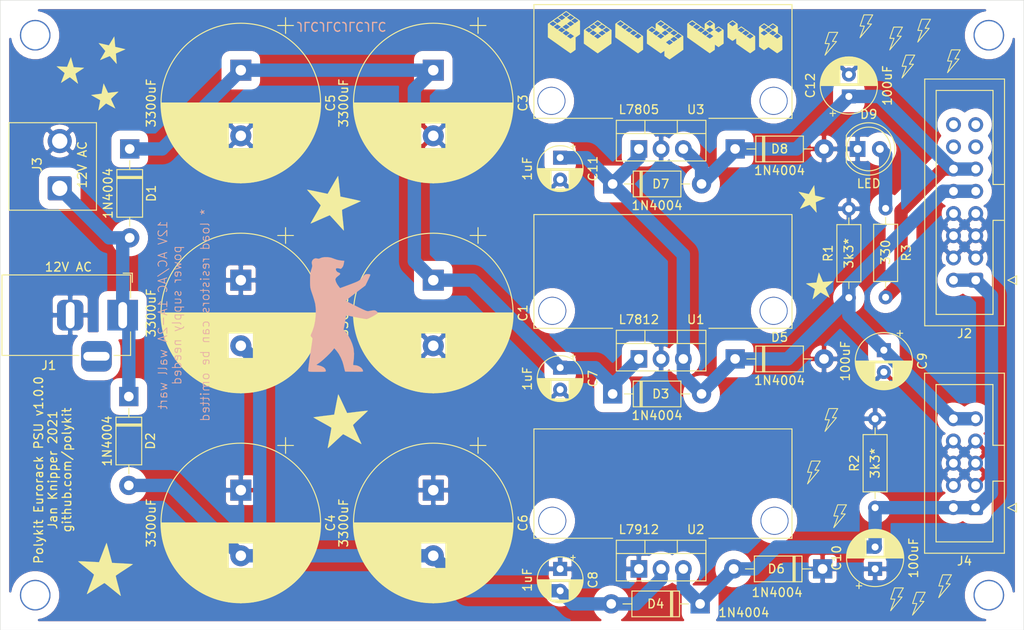
<source format=kicad_pcb>
(kicad_pcb (version 20171130) (host pcbnew 5.1.10-88a1d61d58~88~ubuntu20.10.1)
  (title_block (title "Eurorack Power Supply") (date 2021-05-16) (rev v1.0.0) (company "Jan Knipper"))
  (layers (0 F.Cu signal) (31 B.Cu signal) (34 B.Paste user) (35 F.Paste user) (36 B.SilkS user) (37 F.SilkS user) (38 B.Mask user) (39 F.Mask user) (44 Edge.Cuts user))
  (net 0 "")
  (net 1 GND)
  (net 2 "Net-(C1-Pad1)")
  (net 3 "Net-(C2-Pad2)")
  (net 4 +12V)
  (net 5 -12V)
  (net 6 +5V)
  (net 7 "Net-(D1-Pad2)")
  (net 8 "Net-(D9-Pad2)")
  (net 9 "Net-(J2-Pad16)")
  (net 10 "Net-(J2-Pad14)")
  (net 11 "Net-(J2-Pad15)")
  (net 12 "Net-(J2-Pad13)")
  (module Capacitor_THT:CP_Radial_D6.3mm_P2.50mm (layer F.Cu) (at 171 92 90)
    (fp_text reference C12 (at 1.25 -4.4 90) (layer F.SilkS))
    (fp_text value 100uF (at 1.25 4.4 90) (layer F.SilkS))
    (pad 2 thru_hole circle (at 2.5 0 90) (size 1.6 1.6) (drill 0.8) (layers *.Cu *.Mask) (net 1 GND))
    (pad 1 thru_hole rect (at 0 0 90) (size 1.6 1.6) (drill 0.8) (layers *.Cu *.Mask) (net 6 +5V))
  )
  (module Capacitor_THT:CP_Radial_D6.3mm_P2.50mm (layer F.Cu) (at 174 146 90)
    (fp_text reference C10 (at 1.25 -4.4 90) (layer F.SilkS))
    (fp_text value 100uF (at 1.25 4.4 90) (layer F.SilkS))
    (pad 2 thru_hole circle (at 2.5 0 90) (size 1.6 1.6) (drill 0.8) (layers *.Cu *.Mask) (net 5 -12V))
    (pad 1 thru_hole rect (at 0 0 90) (size 1.6 1.6) (drill 0.8) (layers *.Cu *.Mask) (net 1 GND))
  )
  (module Capacitor_THT:CP_Radial_D6.3mm_P2.50mm (layer F.Cu) (at 175 121 270)
    (fp_text reference C9 (at 1.25 -4.4 90) (layer F.SilkS))
    (fp_text value 100uF (at 1.25 4.4 90) (layer F.SilkS))
    (pad 2 thru_hole circle (at 2.5 0 270) (size 1.6 1.6) (drill 0.8) (layers *.Cu *.Mask) (net 1 GND))
    (pad 1 thru_hole rect (at 0 0 270) (size 1.6 1.6) (drill 0.8) (layers *.Cu *.Mask) (net 4 +12V))
  )
  (module Capacitor_THT:CP_Radial_D5.0mm_P2.50mm (layer F.Cu) (at 138 123 270)
    (fp_text reference C7 (at 1.25 -3.75 90) (layer F.SilkS))
    (fp_text value 1uF (at 1.25 3.75 90) (layer F.SilkS))
    (pad 2 thru_hole circle (at 2.5 0 270) (size 1.6 1.6) (drill 0.8) (layers *.Cu *.Mask) (net 1 GND))
    (pad 1 thru_hole rect (at 0 0 270) (size 1.6 1.6) (drill 0.8) (layers *.Cu *.Mask) (net 2 "Net-(C1-Pad1)"))
  )
  (module Polykit:star-silk-tiny (layer F.Cu) (at 167.7 113.6 5)
    (fp_text reference G*** hide)
    (fp_text value LOGO hide)
  )
  (module Polykit:star-silk-tiny (layer F.Cu) (at 166.7 103.6 347)
    (fp_text reference G*** hide)
    (fp_text value LOGO hide)
  )
  (module Polykit:blitz-silk-supertiny (layer F.Cu) (at 176.5 149.5)
    (fp_text reference G*** hide)
    (fp_text value LOGO hide)
  )
  (module Polykit:blitz-silk-supertiny (layer F.Cu) (at 179 150)
    (fp_text reference G*** hide)
    (fp_text value LOGO hide)
  )
  (module Polykit:blitz-silk-supertiny (layer F.Cu) (at 182 148)
    (fp_text reference G*** hide)
    (fp_text value LOGO hide)
  )
  (module Polykit:blitz-silk-supertiny (layer F.Cu) (at 170 140)
    (fp_text reference G*** hide)
    (fp_text value LOGO hide)
  )
  (module Polykit:blitz-silk-supertiny (layer F.Cu) (at 167 135)
    (fp_text reference G*** hide)
    (fp_text value LOGO hide)
  )
  (module Polykit:blitz-silk-supertiny (layer F.Cu) (at 169 129)
    (fp_text reference G*** hide)
    (fp_text value LOGO hide)
  )
  (module Polykit:star-silk (layer F.Cu) (at 113 129 7)
    (fp_text reference G*** hide)
    (fp_text value LOGO hide)
  )
  (module Polykit:star-silk (layer F.Cu) (at 112 104 348)
    (fp_text reference G*** hide)
    (fp_text value LOGO hide)
  )
  (module Polykit:logo-silk-2.5cm (layer F.Cu) (at 150 85)
    (fp_text reference G*** hide)
    (fp_text value LOGO hide)
  )
  (module Connector_IDC:IDC-Header_2x05_P2.54mm_Vertical (layer F.Cu) (at 185.485202 139 180)
    (fp_text reference J4 (at 1.27 -6.1) (layer F.SilkS))
    (fp_text value Conn_02x05_Odd_Even hide)
    (pad 10 thru_hole circle (at 2.54 10.16 180) (size 1.7 1.7) (drill 1) (layers *.Cu *.Mask) (net 4 +12V))
    (pad 8 thru_hole circle (at 2.54 7.62 180) (size 1.7 1.7) (drill 1) (layers *.Cu *.Mask) (net 1 GND))
    (pad 6 thru_hole circle (at 2.54 5.08 180) (size 1.7 1.7) (drill 1) (layers *.Cu *.Mask) (net 1 GND))
    (pad 4 thru_hole circle (at 2.54 2.54 180) (size 1.7 1.7) (drill 1) (layers *.Cu *.Mask) (net 1 GND))
    (pad 2 thru_hole circle (at 2.54 0 180) (size 1.7 1.7) (drill 1) (layers *.Cu *.Mask) (net 5 -12V))
    (pad 9 thru_hole circle (at 0 10.16 180) (size 1.7 1.7) (drill 1) (layers *.Cu *.Mask) (net 4 +12V))
    (pad 7 thru_hole circle (at 0 7.62 180) (size 1.7 1.7) (drill 1) (layers *.Cu *.Mask) (net 1 GND))
    (pad 5 thru_hole circle (at 0 5.08 180) (size 1.7 1.7) (drill 1) (layers *.Cu *.Mask) (net 1 GND))
    (pad 3 thru_hole circle (at 0 2.54 180) (size 1.7 1.7) (drill 1) (layers *.Cu *.Mask) (net 1 GND))
    (pad 1 thru_hole roundrect (at 0 0 180) (size 1.7 1.7) (drill 1) (layers *.Cu *.Mask) (roundrect_rratio 0.1470588235294118) (net 5 -12V))
  )
  (module Connector_Wire:SolderWire-1sqmm_1x02_P5.4mm_D1.4mm_OD2.7mm (layer F.Cu) (at 80.8 102.5 90)
    (fp_text reference J3 (at 2.7 -2.58 90) (layer F.SilkS))
    (fp_text value "12V AC" (at 2.7 2.58 90) (layer F.SilkS))
    (pad 2 thru_hole circle (at 5.4 0 90) (size 2.75 2.75) (drill 1.75) (layers *.Cu *.Mask) (net 1 GND))
    (pad 1 thru_hole roundrect (at 0 0 90) (size 2.75 2.75) (drill 1.75) (layers *.Cu *.Mask) (roundrect_rratio 0.09090836363636363) (net 7 "Net-(D1-Pad2)"))
  )
  (module Polykit:star-silk (layer F.Cu) (at 86 146 357)
    (fp_text reference G*** hide)
    (fp_text value LOGO hide)
  )
  (module Polykit:blitz-silk-supertiny (layer F.Cu) (at 169 86)
    (fp_text reference G*** hide)
    (fp_text value LOGO hide)
  )
  (module Polykit:blitz-silk-supertiny (layer F.Cu) (at 183 88)
    (fp_text reference G*** hide)
    (fp_text value LOGO hide)
  )
  (module Polykit:blitz-silk-supertiny (layer F.Cu) (at 173 84)
    (fp_text reference G*** hide)
    (fp_text value LOGO hide)
  )
  (module Polykit:blitz-silk-supertiny (layer F.Cu) (at 177.8 88.6)
    (fp_text reference G*** hide)
    (fp_text value LOGO hide)
  )
  (module Polykit:blitz-silk-supertiny (layer F.Cu) (at 176.4 85.4)
    (fp_text reference G*** hide)
    (fp_text value LOGO hide)
  )
  (module Polykit:blitz-silk-supertiny (layer F.Cu) (at 179.6 84.5)
    (fp_text reference G*** hide)
    (fp_text value LOGO hide)
  )
  (module Polykit:star-silk-tiny (layer F.Cu) (at 86.7 86.6 347)
    (fp_text reference G*** hide)
    (fp_text value LOGO hide)
  )
  (module Polykit:star-silk-tiny (layer F.Cu) (at 82 89 357)
    (fp_text reference G*** hide)
    (fp_text value LOGO hide)
  )
  (module Polykit:star-silk-tiny (layer F.Cu) (at 86 92 7)
    (fp_text reference G*** hide)
    (fp_text value LOGO hide)
  )
  (module Polykit:bär (layer B.Cu) (at 113 117 180)
    (fp_text reference G*** hide)
    (fp_text value LOGO hide)
  )
  (module Capacitor_THT:CP_Radial_D5.0mm_P2.50mm (layer F.Cu) (at 138 99 270)
    (fp_text reference C11 (at 1.25 -3.75 90) (layer F.SilkS))
    (fp_text value 1uF (at 1.25 3.75 90) (layer F.SilkS))
    (pad 2 thru_hole circle (at 2.5 0 270) (size 1.6 1.6) (drill 0.8) (layers *.Cu *.Mask) (net 1 GND))
    (pad 1 thru_hole rect (at 0 0 270) (size 1.6 1.6) (drill 0.8) (layers *.Cu *.Mask) (net 4 +12V))
  )
  (module LED_THT:LED_D5.0mm (layer F.Cu) (at 172 98)
    (fp_text reference D9 (at 1.27 -3.96) (layer F.SilkS))
    (fp_text value LED (at 1.27 3.96) (layer F.SilkS))
    (pad 2 thru_hole circle (at 2.54 0) (size 1.8 1.8) (drill 0.9) (layers *.Cu *.Mask) (net 8 "Net-(D9-Pad2)"))
    (pad 1 thru_hole rect (at 0 0) (size 1.8 1.8) (drill 0.9) (layers *.Cu *.Mask) (net 1 GND))
  )
  (module Connector_BarrelJack:BarrelJack_Horizontal (layer F.Cu) (at 88 117)
    (fp_text reference J1 (at -8.45 5.75) (layer F.SilkS))
    (fp_text value "12V AC" (at -6.2 -5.5) (layer F.SilkS))
    (pad 3 thru_hole roundrect (at -3 4.7) (size 3.5 3.5) (drill oval 3 1) (layers *.Cu *.Mask))
    (pad 2 thru_hole roundrect (at -6 0) (size 3 3.5) (drill oval 1 3) (layers *.Cu *.Mask) (net 1 GND))
    (pad 1 thru_hole rect (at 0 0) (size 3.5 3.5) (drill oval 1 3) (layers *.Cu *.Mask) (net 7 "Net-(D1-Pad2)"))
  )
  (module Package_TO_SOT_THT:TO-220-3_Vertical (layer F.Cu) (at 147 98)
    (fp_text reference U3 (at 6.5 -4.5) (layer F.SilkS))
    (fp_text value L7805 (at 0 -4.5) (layer F.SilkS))
    (pad 3 thru_hole oval (at 5.08 0) (size 1.905 2) (drill 1.1) (layers *.Cu *.Mask) (net 6 +5V))
    (pad 2 thru_hole oval (at 2.54 0) (size 1.905 2) (drill 1.1) (layers *.Cu *.Mask) (net 1 GND))
    (pad 1 thru_hole rect (at 0 0) (size 1.905 2) (drill 1.1) (layers *.Cu *.Mask) (net 4 +12V))
  )
  (module Package_TO_SOT_THT:TO-220-3_Vertical (layer F.Cu) (at 147 146)
    (fp_text reference U2 (at 6.5 -4.5) (layer F.SilkS))
    (fp_text value L7912 (at 0 -4.5) (layer F.SilkS))
    (pad 3 thru_hole oval (at 5.08 0) (size 1.905 2) (drill 1.1) (layers *.Cu *.Mask) (net 5 -12V))
    (pad 2 thru_hole oval (at 2.54 0) (size 1.905 2) (drill 1.1) (layers *.Cu *.Mask) (net 3 "Net-(C2-Pad2)"))
    (pad 1 thru_hole rect (at 0 0) (size 1.905 2) (drill 1.1) (layers *.Cu *.Mask) (net 1 GND))
  )
  (module Package_TO_SOT_THT:TO-220-3_Vertical (layer F.Cu) (at 147 122)
    (fp_text reference U1 (at 6.5 -4.5) (layer F.SilkS))
    (fp_text value L7812 (at 0 -4.5) (layer F.SilkS))
    (pad 3 thru_hole oval (at 5.08 0) (size 1.905 2) (drill 1.1) (layers *.Cu *.Mask) (net 4 +12V))
    (pad 2 thru_hole oval (at 2.54 0) (size 1.905 2) (drill 1.1) (layers *.Cu *.Mask) (net 1 GND))
    (pad 1 thru_hole rect (at 0 0) (size 1.905 2) (drill 1.1) (layers *.Cu *.Mask) (net 2 "Net-(C1-Pad1)"))
  )
  (module Resistor_THT:R_Axial_DIN0207_L6.3mm_D2.5mm_P10.16mm_Horizontal (layer F.Cu) (at 175.2 104.8 270)
    (fp_text reference R3 (at 5.08 -2.37 90) (layer F.SilkS))
    (fp_text value 330 (at 5 0 90) (layer F.SilkS))
    (pad 2 thru_hole oval (at 10.16 0 270) (size 1.6 1.6) (drill 0.8) (layers *.Cu *.Mask) (net 6 +5V))
    (pad 1 thru_hole circle (at 0 0 270) (size 1.6 1.6) (drill 0.8) (layers *.Cu *.Mask) (net 8 "Net-(D9-Pad2)"))
  )
  (module Resistor_THT:R_Axial_DIN0207_L6.3mm_D2.5mm_P10.16mm_Horizontal (layer F.Cu) (at 174 139 90)
    (fp_text reference R2 (at 5.08 -2.37 90) (layer F.SilkS))
    (fp_text value 3k3* (at 5.08 0 90) (layer F.SilkS))
    (pad 2 thru_hole oval (at 10.16 0 90) (size 1.6 1.6) (drill 0.8) (layers *.Cu *.Mask) (net 1 GND))
    (pad 1 thru_hole circle (at 0 0 90) (size 1.6 1.6) (drill 0.8) (layers *.Cu *.Mask) (net 5 -12V))
  )
  (module Resistor_THT:R_Axial_DIN0207_L6.3mm_D2.5mm_P10.16mm_Horizontal (layer F.Cu) (at 171 115 90)
    (fp_text reference R1 (at 5.08 -2.37 90) (layer F.SilkS))
    (fp_text value 3k3* (at 5.08 0 90) (layer F.SilkS))
    (pad 2 thru_hole oval (at 10.16 0 90) (size 1.6 1.6) (drill 0.8) (layers *.Cu *.Mask) (net 1 GND))
    (pad 1 thru_hole circle (at 0 0 90) (size 1.6 1.6) (drill 0.8) (layers *.Cu *.Mask) (net 4 +12V))
  )
  (module Connector_IDC:IDC-Header_2x08_P2.54mm_Vertical (layer F.Cu) (at 185.5 113 180)
    (fp_text reference J2 (at 1.27 -6.1) (layer F.SilkS))
    (fp_text value Connector_Generic:Conn_02x08_Odd_Even hide)
    (pad 16 thru_hole circle (at 2.54 17.78 180) (size 1.7 1.7) (drill 1) (layers *.Cu *.Mask) (net 9 "Net-(J2-Pad16)"))
    (pad 14 thru_hole circle (at 2.54 15.24 180) (size 1.7 1.7) (drill 1) (layers *.Cu *.Mask) (net 10 "Net-(J2-Pad14)"))
    (pad 12 thru_hole circle (at 2.54 12.7 180) (size 1.7 1.7) (drill 1) (layers *.Cu *.Mask) (net 6 +5V))
    (pad 10 thru_hole circle (at 2.54 10.16 180) (size 1.7 1.7) (drill 1) (layers *.Cu *.Mask) (net 4 +12V))
    (pad 8 thru_hole circle (at 2.54 7.62 180) (size 1.7 1.7) (drill 1) (layers *.Cu *.Mask) (net 1 GND))
    (pad 6 thru_hole circle (at 2.54 5.08 180) (size 1.7 1.7) (drill 1) (layers *.Cu *.Mask) (net 1 GND))
    (pad 4 thru_hole circle (at 2.54 2.54 180) (size 1.7 1.7) (drill 1) (layers *.Cu *.Mask) (net 1 GND))
    (pad 2 thru_hole circle (at 2.54 0 180) (size 1.7 1.7) (drill 1) (layers *.Cu *.Mask) (net 5 -12V))
    (pad 15 thru_hole circle (at 0 17.78 180) (size 1.7 1.7) (drill 1) (layers *.Cu *.Mask) (net 11 "Net-(J2-Pad15)"))
    (pad 13 thru_hole circle (at 0 15.24 180) (size 1.7 1.7) (drill 1) (layers *.Cu *.Mask) (net 12 "Net-(J2-Pad13)"))
    (pad 11 thru_hole circle (at 0 12.7 180) (size 1.7 1.7) (drill 1) (layers *.Cu *.Mask) (net 6 +5V))
    (pad 9 thru_hole circle (at 0 10.16 180) (size 1.7 1.7) (drill 1) (layers *.Cu *.Mask) (net 4 +12V))
    (pad 7 thru_hole circle (at 0 7.62 180) (size 1.7 1.7) (drill 1) (layers *.Cu *.Mask) (net 1 GND))
    (pad 5 thru_hole circle (at 0 5.08 180) (size 1.7 1.7) (drill 1) (layers *.Cu *.Mask) (net 1 GND))
    (pad 3 thru_hole circle (at 0 2.54 180) (size 1.7 1.7) (drill 1) (layers *.Cu *.Mask) (net 1 GND))
    (pad 1 thru_hole roundrect (at 0 0 180) (size 1.7 1.7) (drill 1) (layers *.Cu *.Mask) (roundrect_rratio 0.1470588235294118) (net 5 -12V))
  )
  (module Diode_THT:D_DO-41_SOD81_P10.16mm_Horizontal (layer F.Cu) (at 158 98)
    (fp_text reference D8 (at 5.08 0) (layer F.SilkS))
    (fp_text value 1N4004 (at 5.08 2.47) (layer F.SilkS))
    (pad 2 thru_hole oval (at 10.16 0) (size 2.2 2.2) (drill 1.1) (layers *.Cu *.Mask) (net 1 GND))
    (pad 1 thru_hole rect (at 0 0) (size 2.2 2.2) (drill 1.1) (layers *.Cu *.Mask) (net 6 +5V))
  )
  (module Diode_THT:D_DO-41_SOD81_P10.16mm_Horizontal (layer F.Cu) (at 144 102)
    (fp_text reference D7 (at 5.5 0) (layer F.SilkS))
    (fp_text value 1N4004 (at 5.08 2.47) (layer F.SilkS))
    (pad 2 thru_hole oval (at 10.16 0) (size 2.2 2.2) (drill 1.1) (layers *.Cu *.Mask) (net 6 +5V))
    (pad 1 thru_hole rect (at 0 0) (size 2.2 2.2) (drill 1.1) (layers *.Cu *.Mask) (net 4 +12V))
  )
  (module Diode_THT:D_DO-41_SOD81_P10.16mm_Horizontal (layer F.Cu) (at 168 146 180)
    (fp_text reference D6 (at 5.3 0) (layer F.SilkS))
    (fp_text value 1N4004 (at 5.2 -2.7) (layer F.SilkS))
    (pad 2 thru_hole oval (at 10.16 0 180) (size 2.2 2.2) (drill 1.1) (layers *.Cu *.Mask) (net 5 -12V))
    (pad 1 thru_hole rect (at 0 0 180) (size 2.2 2.2) (drill 1.1) (layers *.Cu *.Mask) (net 1 GND))
  )
  (module Diode_THT:D_DO-41_SOD81_P10.16mm_Horizontal (layer F.Cu) (at 158 122)
    (fp_text reference D5 (at 5.08 -2.47) (layer F.SilkS))
    (fp_text value 1N4004 (at 5.08 2.47) (layer F.SilkS))
    (pad 2 thru_hole oval (at 10.16 0) (size 2.2 2.2) (drill 1.1) (layers *.Cu *.Mask) (net 1 GND))
    (pad 1 thru_hole rect (at 0 0) (size 2.2 2.2) (drill 1.1) (layers *.Cu *.Mask) (net 4 +12V))
  )
  (module Diode_THT:D_DO-41_SOD81_P10.16mm_Horizontal (layer F.Cu) (at 154 150 180)
    (fp_text reference D4 (at 5.08 0) (layer F.SilkS))
    (fp_text value 1N4004 (at -5 -1) (layer F.SilkS))
    (pad 2 thru_hole oval (at 10.16 0 180) (size 2.2 2.2) (drill 1.1) (layers *.Cu *.Mask) (net 3 "Net-(C2-Pad2)"))
    (pad 1 thru_hole rect (at 0 0 180) (size 2.2 2.2) (drill 1.1) (layers *.Cu *.Mask) (net 5 -12V))
  )
  (module Diode_THT:D_DO-41_SOD81_P10.16mm_Horizontal (layer F.Cu) (at 144 126)
    (fp_text reference D3 (at 5.5 0) (layer F.SilkS))
    (fp_text value 1N4004 (at 5.08 2.47) (layer F.SilkS))
    (pad 2 thru_hole oval (at 10.16 0) (size 2.2 2.2) (drill 1.1) (layers *.Cu *.Mask) (net 4 +12V))
    (pad 1 thru_hole rect (at 0 0) (size 2.2 2.2) (drill 1.1) (layers *.Cu *.Mask) (net 2 "Net-(C1-Pad1)"))
  )
  (module Diode_THT:D_DO-41_SOD81_P10.16mm_Horizontal (layer F.Cu) (at 88.7 126.3 270)
    (fp_text reference D2 (at 5.08 -2.47 90) (layer F.SilkS))
    (fp_text value 1N4004 (at 5.08 2.47 90) (layer F.SilkS))
    (pad 2 thru_hole oval (at 10.16 0 270) (size 2.2 2.2) (drill 1.1) (layers *.Cu *.Mask) (net 3 "Net-(C2-Pad2)"))
    (pad 1 thru_hole rect (at 0 0 270) (size 2.2 2.2) (drill 1.1) (layers *.Cu *.Mask) (net 7 "Net-(D1-Pad2)"))
  )
  (module Diode_THT:D_DO-41_SOD81_P10.16mm_Horizontal (layer F.Cu) (at 88.8 98 270)
    (fp_text reference D1 (at 5.08 -2.47 90) (layer F.SilkS))
    (fp_text value 1N4004 (at 5.08 2.47 90) (layer F.SilkS))
    (pad 2 thru_hole oval (at 10.16 0 270) (size 2.2 2.2) (drill 1.1) (layers *.Cu *.Mask) (net 7 "Net-(D1-Pad2)"))
    (pad 1 thru_hole rect (at 0 0 270) (size 2.2 2.2) (drill 1.1) (layers *.Cu *.Mask) (net 2 "Net-(C1-Pad1)"))
  )
  (module Capacitor_THT:CP_Radial_D5.0mm_P2.50mm (layer F.Cu) (at 138 146 270)
    (fp_text reference C8 (at 1.25 -3.75 90) (layer F.SilkS))
    (fp_text value 1uF (at 1.25 3.75 90) (layer F.SilkS))
    (pad 2 thru_hole circle (at 2.5 0 270) (size 1.6 1.6) (drill 0.8) (layers *.Cu *.Mask) (net 3 "Net-(C2-Pad2)"))
    (pad 1 thru_hole rect (at 0 0 270) (size 1.6 1.6) (drill 0.8) (layers *.Cu *.Mask) (net 1 GND))
  )
  (module Capacitor_THT:CP_Radial_D18.0mm_P7.50mm (layer F.Cu) (at 123.5 137 270)
    (fp_text reference C6 (at 3.75 -10.25 90) (layer F.SilkS))
    (fp_text value 3300uF (at 3.75 10.25 90) (layer F.SilkS))
    (pad 2 thru_hole circle (at 7.5 0 270) (size 2.4 2.4) (drill 1.2) (layers *.Cu *.Mask) (net 3 "Net-(C2-Pad2)"))
    (pad 1 thru_hole rect (at 0 0 270) (size 2.4 2.4) (drill 1.2) (layers *.Cu *.Mask) (net 1 GND))
  )
  (module Capacitor_THT:CP_Radial_D18.0mm_P7.50mm (layer F.Cu) (at 101.5 89 270)
    (fp_text reference C5 (at 3.75 -10.25 90) (layer F.SilkS))
    (fp_text value 3300uF (at 3.75 10.25 90) (layer F.SilkS))
    (pad 2 thru_hole circle (at 7.5 0 270) (size 2.4 2.4) (drill 1.2) (layers *.Cu *.Mask) (net 1 GND))
    (pad 1 thru_hole rect (at 0 0 270) (size 2.4 2.4) (drill 1.2) (layers *.Cu *.Mask) (net 2 "Net-(C1-Pad1)"))
  )
  (module Capacitor_THT:CP_Radial_D18.0mm_P7.50mm (layer F.Cu) (at 101.5 137 270)
    (fp_text reference C4 (at 3.75 -10.25 90) (layer F.SilkS))
    (fp_text value 3300uF (at 3.75 10.25 90) (layer F.SilkS))
    (pad 2 thru_hole circle (at 7.5 0 270) (size 2.4 2.4) (drill 1.2) (layers *.Cu *.Mask) (net 3 "Net-(C2-Pad2)"))
    (pad 1 thru_hole rect (at 0 0 270) (size 2.4 2.4) (drill 1.2) (layers *.Cu *.Mask) (net 1 GND))
  )
  (module Capacitor_THT:CP_Radial_D18.0mm_P7.50mm (layer F.Cu) (at 123.5 89 270)
    (fp_text reference C3 (at 3.75 -10.25 90) (layer F.SilkS))
    (fp_text value 3300uF (at 3.75 10.25 90) (layer F.SilkS))
    (pad 2 thru_hole circle (at 7.5 0 270) (size 2.4 2.4) (drill 1.2) (layers *.Cu *.Mask) (net 1 GND))
    (pad 1 thru_hole rect (at 0 0 270) (size 2.4 2.4) (drill 1.2) (layers *.Cu *.Mask) (net 2 "Net-(C1-Pad1)"))
  )
  (module Capacitor_THT:CP_Radial_D18.0mm_P7.50mm (layer F.Cu) (at 101.5 113 270)
    (fp_text reference C2 (at 3.75 -10.25 90) (layer F.SilkS))
    (fp_text value 3300uF (at 3.75 10.25 90) (layer F.SilkS))
    (pad 2 thru_hole circle (at 7.5 0 270) (size 2.4 2.4) (drill 1.2) (layers *.Cu *.Mask) (net 3 "Net-(C2-Pad2)"))
    (pad 1 thru_hole rect (at 0 0 270) (size 2.4 2.4) (drill 1.2) (layers *.Cu *.Mask) (net 1 GND))
  )
  (module Capacitor_THT:CP_Radial_D18.0mm_P7.50mm (layer F.Cu) (at 123.5 113 270)
    (fp_text reference C1 (at 3.75 -10.25 90) (layer F.SilkS))
    (fp_text value 3300uF (at 3.75 10.25 90) (layer F.SilkS))
    (pad 2 thru_hole circle (at 7.5 0 270) (size 2.4 2.4) (drill 1.2) (layers *.Cu *.Mask) (net 1 GND))
    (pad 1 thru_hole rect (at 0 0 270) (size 2.4 2.4) (drill 1.2) (layers *.Cu *.Mask) (net 2 "Net-(C1-Pad1)"))
  )
  (gr_text JLCJLCJLCJLC (at 113 84 180) (layer B.SilkS) (effects (font (size 1 1)) (justify mirror)))
  (gr_line (start 85 105) (end 85 95) (layer F.SilkS) (width 0.12))
  (gr_line (start 75 105) (end 85 105) (layer F.SilkS) (width 0.12))
  (gr_line (start 75 95) (end 75 105) (layer F.SilkS) (width 0.12))
  (gr_line (start 85 95) (end 75 95) (layer F.SilkS) (width 0.12))
  (gr_text "12V AC/AC 1A-2A wall wart\npower supply needed\n\n* load resistors can be omitted" (at 95 117 90) (layer B.SilkS) (effects (font (size 1 1) (thickness 0.1)) (justify mirror)))
  (gr_text "Polykit Eurorack PSU v1.0.0\nJan Knipper 2021\ngithub.com/polykit\n" (at 80 134.7 90) (layer F.SilkS) (effects (font (size 1 1))))
  (gr_line (start 191 81) (end 191 153) (layer Edge.Cuts) (width 0.05))
  (gr_line (start 74 81) (end 191 81) (layer Edge.Cuts) (width 0.05))
  (gr_line (start 74 153) (end 74 81) (layer Edge.Cuts) (width 0.05))
  (gr_line (start 191 153) (end 74 153) (layer Edge.Cuts) (width 0.05))
  (gr_line (start 164.5 94.5) (end 155 94.5) (layer F.SilkS) (width 0.12))
  (gr_line (start 164.5 81.5) (end 164.5 94.5) (layer F.SilkS) (width 0.12))
  (gr_line (start 135 81.5) (end 164.5 81.5) (layer F.SilkS) (width 0.12))
  (gr_line (start 135 94.5) (end 135 81.5) (layer F.SilkS) (width 0.12))
  (gr_line (start 144 94.5) (end 135 94.5) (layer F.SilkS) (width 0.12))
  (gr_line (start 164.5 118.5) (end 155 118.5) (layer F.SilkS) (width 0.12))
  (gr_line (start 164.5 105.5) (end 164.5 118.5) (layer F.SilkS) (width 0.12))
  (gr_line (start 135 105.5) (end 164.5 105.5) (layer F.SilkS) (width 0.12))
  (gr_line (start 135 118.5) (end 135 105.5) (layer F.SilkS) (width 0.12))
  (gr_line (start 144 118.5) (end 135 118.5) (layer F.SilkS) (width 0.12))
  (gr_line (start 164.5 142.5) (end 155 142.5) (layer F.SilkS) (width 0.12))
  (gr_line (start 164.5 130) (end 164.5 142.5) (layer F.SilkS) (width 0.12))
  (gr_line (start 135 130) (end 164.5 130) (layer F.SilkS) (width 0.12))
  (gr_line (start 135 142.5) (end 135 130) (layer F.SilkS) (width 0.12))
  (gr_line (start 144 142.5) (end 135 142.5) (layer F.SilkS) (width 0.12))
  (via (at 78 85) (size 3.5) (drill 3.2) (layers F.Cu B.Cu) (net 0))
  (via (at 187 85) (size 3.5) (drill 3.2) (layers F.Cu B.Cu) (net 0))
  (via (at 187 149) (size 3.5) (drill 3.2) (layers F.Cu B.Cu) (net 0))
  (via (at 78 149) (size 3.5) (drill 3.2) (layers F.Cu B.Cu) (net 0))
  (via (at 137.1 140.5) (size 3.2) (drill 3) (layers F.Cu B.Cu) (net 0))
  (via (at 162.5 140.5) (size 3.2) (drill 3) (layers F.Cu B.Cu) (net 0))
  (via (at 162.4 116.5) (size 3.2) (drill 3) (layers F.Cu B.Cu) (net 0))
  (via (at 137.1 116.5) (size 3.2) (drill 3) (layers F.Cu B.Cu) (net 0))
  (via (at 162.4 92.5) (size 3.2) (drill 3) (layers F.Cu B.Cu) (net 0))
  (via (at 137 92.5) (size 3.2) (drill 3) (layers F.Cu B.Cu) (net 0))
  (segment (start 101.5 89) (end 123.5 89) (width 1.524) (layer B.Cu) (net 2))
  (segment (start 121.337999 91.162001) (end 121.337999 110.837999) (width 1.524) (layer B.Cu) (net 2))
  (segment (start 121.337999 110.837999) (end 123.5 113) (width 1.524) (layer B.Cu) (net 2))
  (segment (start 123.5 89) (end 121.337999 91.162001) (width 1.524) (layer B.Cu) (net 2))
  (segment (start 144 125) (end 147 122) (width 1.524) (layer B.Cu) (net 2))
  (segment (start 144 126) (end 144 125) (width 1.524) (layer B.Cu) (net 2))
  (segment (start 92.5 98) (end 101.5 89) (width 1.524) (layer B.Cu) (net 2))
  (segment (start 88.8 98) (end 92.5 98) (width 1.524) (layer B.Cu) (net 2))
  (segment (start 128 113) (end 138 123) (width 1.524) (layer B.Cu) (net 2))
  (segment (start 123.5 113) (end 128 113) (width 1.524) (layer B.Cu) (net 2))
  (segment (start 142 123) (end 144 125) (width 1.524) (layer B.Cu) (net 2))
  (segment (start 138 123) (end 142 123) (width 1.524) (layer B.Cu) (net 2))
  (segment (start 101.16 144.16) (end 101.5 144.5) (width 1.524) (layer B.Cu) (net 3))
  (segment (start 149.54 147.144102) (end 149.54 146) (width 1.524) (layer B.Cu) (net 3))
  (segment (start 146.684102 150) (end 149.54 147.144102) (width 1.524) (layer B.Cu) (net 3))
  (segment (start 143.84 150) (end 146.684102 150) (width 1.524) (layer B.Cu) (net 3))
  (segment (start 103.662001 144.337999) (end 103.5 144.5) (width 1.524) (layer B.Cu) (net 3))
  (segment (start 103.662001 122.662001) (end 103.662001 144.337999) (width 1.524) (layer B.Cu) (net 3))
  (segment (start 101.5 120.5) (end 103.662001 122.662001) (width 1.524) (layer B.Cu) (net 3))
  (segment (start 103.5 144.5) (end 123.5 144.5) (width 1.524) (layer B.Cu) (net 3))
  (segment (start 101.5 144.5) (end 103.5 144.5) (width 1.524) (layer B.Cu) (net 3))
  (segment (start 93.46 136.46) (end 101.5 144.5) (width 1.524) (layer B.Cu) (net 3))
  (segment (start 88.7 136.46) (end 93.46 136.46) (width 1.524) (layer B.Cu) (net 3))
  (segment (start 127.5 148.5) (end 138 148.5) (width 1.524) (layer B.Cu) (net 3))
  (segment (start 123.5 144.5) (end 127.5 148.5) (width 1.524) (layer B.Cu) (net 3))
  (segment (start 139.5 150) (end 138 148.5) (width 1.524) (layer B.Cu) (net 3))
  (segment (start 143.84 150) (end 139.5 150) (width 1.524) (layer B.Cu) (net 3))
  (segment (start 152.08 123.92) (end 154.16 126) (width 1.524) (layer B.Cu) (net 4))
  (segment (start 152.08 122) (end 152.08 123.92) (width 1.524) (layer B.Cu) (net 4))
  (segment (start 154.16 125.84) (end 158 122) (width 1.524) (layer B.Cu) (net 4))
  (segment (start 154.16 126) (end 154.16 125.84) (width 1.524) (layer B.Cu) (net 4))
  (segment (start 164 122) (end 171 115) (width 1.524) (layer B.Cu) (net 4))
  (segment (start 158 122) (end 164 122) (width 1.524) (layer B.Cu) (net 4))
  (segment (start 147 99) (end 144 102) (width 1.524) (layer B.Cu) (net 4))
  (segment (start 147 98) (end 147 99) (width 1.524) (layer B.Cu) (net 4))
  (segment (start 152.08 110.08) (end 152.08 122) (width 1.524) (layer B.Cu) (net 4))
  (segment (start 144 102) (end 152.08 110.08) (width 1.524) (layer B.Cu) (net 4))
  (segment (start 185.5 102.84) (end 182.96 102.84) (width 1.524) (layer B.Cu) (net 4))
  (segment (start 171 113.597919) (end 171 115) (width 1.524) (layer B.Cu) (net 4))
  (segment (start 181.757919 102.84) (end 171 113.597919) (width 1.524) (layer B.Cu) (net 4))
  (segment (start 182.96 102.84) (end 181.757919 102.84) (width 1.524) (layer B.Cu) (net 4))
  (segment (start 185.485202 128.84) (end 182.945202 128.84) (width 1.524) (layer B.Cu) (net 4))
  (segment (start 182.84 128.84) (end 175 121) (width 1.524) (layer B.Cu) (net 4))
  (segment (start 182.945202 128.84) (end 182.84 128.84) (width 1.524) (layer B.Cu) (net 4))
  (segment (start 171 117) (end 175 121) (width 1.524) (layer B.Cu) (net 4))
  (segment (start 171 115) (end 171 117) (width 1.524) (layer B.Cu) (net 4))
  (segment (start 141 99) (end 144 102) (width 1.524) (layer B.Cu) (net 4))
  (segment (start 138 99) (end 141 99) (width 1.524) (layer B.Cu) (net 4))
  (segment (start 152.08 148.08) (end 154 150) (width 1.524) (layer B.Cu) (net 5))
  (segment (start 152.08 146) (end 152.08 148.08) (width 1.524) (layer B.Cu) (net 5))
  (segment (start 154 149.84) (end 157.84 146) (width 1.524) (layer B.Cu) (net 5))
  (segment (start 154 150) (end 154 149.84) (width 1.524) (layer B.Cu) (net 5))
  (segment (start 174 143.5) (end 174 139) (width 1.524) (layer B.Cu) (net 5))
  (segment (start 160.199762 146) (end 162.699762 143.5) (width 1.524) (layer B.Cu) (net 5))
  (segment (start 162.699762 143.5) (end 174 143.5) (width 1.524) (layer B.Cu) (net 5))
  (segment (start 157.84 146) (end 160.199762 146) (width 1.524) (layer B.Cu) (net 5))
  (segment (start 174 139) (end 182.945202 139) (width 1.524) (layer B.Cu) (net 5))
  (segment (start 182.945202 139) (end 185.485202 139) (width 1.524) (layer B.Cu) (net 5))
  (segment (start 182.96 113) (end 185.5 113) (width 1.524) (layer B.Cu) (net 5))
  (segment (start 185.626964 139) (end 185.485202 139) (width 1.524) (layer B.Cu) (net 5))
  (segment (start 187.297203 137.329761) (end 185.626964 139) (width 1.524) (layer B.Cu) (net 5))
  (segment (start 187.297203 114.797203) (end 187.297203 137.329761) (width 1.524) (layer B.Cu) (net 5))
  (segment (start 185.5 113) (end 187.297203 114.797203) (width 1.524) (layer B.Cu) (net 5))
  (segment (start 158 98.16) (end 154.16 102) (width 1.524) (layer B.Cu) (net 6))
  (segment (start 158 98) (end 158 98.16) (width 1.524) (layer B.Cu) (net 6))
  (segment (start 158.24 98) (end 158 98) (width 1.524) (layer B.Cu) (net 6))
  (segment (start 154.16 100.08) (end 152.08 98) (width 1.524) (layer B.Cu) (net 6))
  (segment (start 154.16 102) (end 154.16 100.08) (width 1.524) (layer B.Cu) (net 6))
  (segment (start 165 98) (end 171 92) (width 1.524) (layer B.Cu) (net 6))
  (segment (start 158 98) (end 165 98) (width 1.524) (layer B.Cu) (net 6))
  (segment (start 182.818238 100.3) (end 182.96 100.3) (width 1.524) (layer B.Cu) (net 6))
  (segment (start 174.518238 92) (end 182.818238 100.3) (width 1.524) (layer B.Cu) (net 6))
  (segment (start 171 92) (end 174.518238 92) (width 1.524) (layer B.Cu) (net 6))
  (segment (start 182.96 100.3) (end 185.5 100.3) (width 1.524) (layer B.Cu) (net 6))
  (segment (start 181.757919 100.3) (end 182.96 100.3) (width 1.524) (layer F.Cu) (net 6))
  (segment (start 176.962001 105.095918) (end 181.757919 100.3) (width 1.524) (layer F.Cu) (net 6))
  (segment (start 176.962001 113.197999) (end 176.962001 105.095918) (width 1.524) (layer F.Cu) (net 6))
  (segment (start 175.2 114.96) (end 176.962001 113.197999) (width 1.524) (layer F.Cu) (net 6))
  (segment (start 86.46 108.16) (end 80.8 102.5) (width 1.524) (layer B.Cu) (net 7))
  (segment (start 88.8 108.16) (end 86.46 108.16) (width 1.524) (layer B.Cu) (net 7))
  (segment (start 88 108.96) (end 88.8 108.16) (width 1.524) (layer B.Cu) (net 7))
  (segment (start 88 117) (end 88 108.96) (width 1.524) (layer B.Cu) (net 7))
  (segment (start 88.7 117.7) (end 88 117) (width 1.524) (layer B.Cu) (net 7))
  (segment (start 88.7 126.3) (end 88.7 117.7) (width 1.524) (layer B.Cu) (net 7))
  (segment (start 175.2 98.66) (end 174.54 98) (width 1.524) (layer B.Cu) (net 8))
  (segment (start 175.2 104.8) (end 175.2 98.66) (width 1.524) (layer B.Cu) (net 8))
  (zone (net 1) (net_name GND) (layer F.Cu) (connect_pads (clearance 1)) (min_thickness 0.254) (fill yes (arc_segments 32) (thermal_gap 0.508) (thermal_bridge_width 0.508))
    (polygon (pts (xy 191 153) (xy 74 153) (xy 74 81) (xy 191 81)))
  )
  (zone (net 1) (net_name GND) (layer B.Cu) (connect_pads (clearance 1)) (min_thickness 0.254) (fill yes (arc_segments 32) (thermal_gap 0.508) (thermal_bridge_width 0.508))
    (polygon (pts (xy 191 153) (xy 74 153) (xy 74 81) (xy 191 81)))
  )
)
</source>
